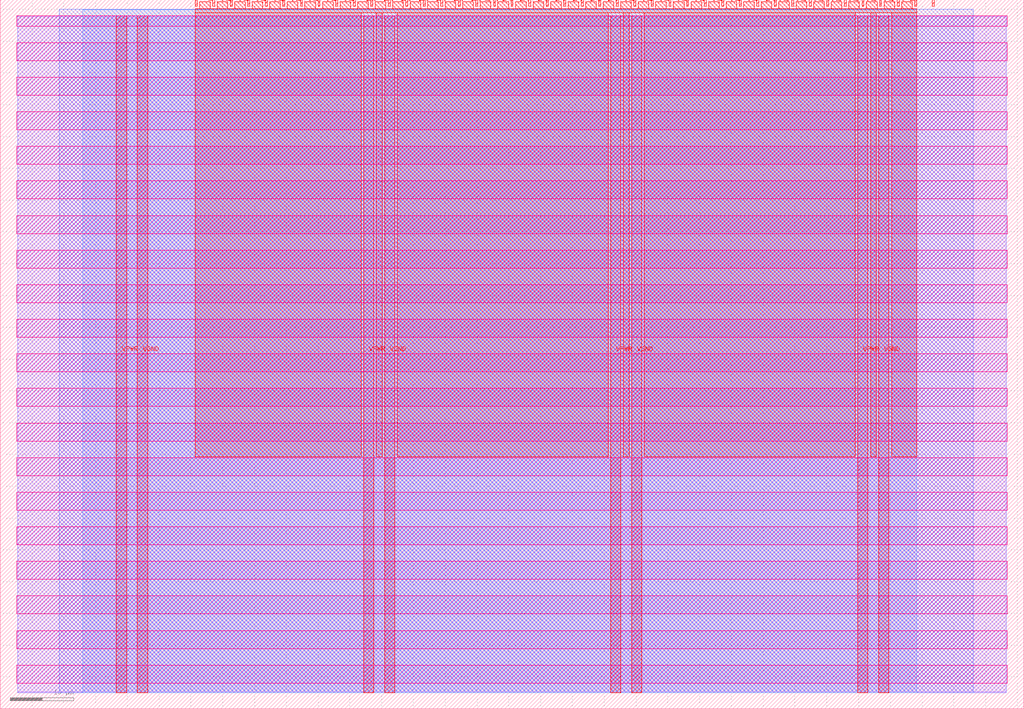
<source format=lef>
VERSION 5.7 ;
  NOWIREEXTENSIONATPIN ON ;
  DIVIDERCHAR "/" ;
  BUSBITCHARS "[]" ;
MACRO tt_um_quarren42_demoscene_top
  CLASS BLOCK ;
  FOREIGN tt_um_quarren42_demoscene_top ;
  ORIGIN 0.000 0.000 ;
  SIZE 161.000 BY 111.520 ;
  PIN VGND
    DIRECTION INOUT ;
    USE GROUND ;
    PORT
      LAYER met4 ;
        RECT 21.580 2.480 23.180 109.040 ;
    END
    PORT
      LAYER met4 ;
        RECT 60.450 2.480 62.050 109.040 ;
    END
    PORT
      LAYER met4 ;
        RECT 99.320 2.480 100.920 109.040 ;
    END
    PORT
      LAYER met4 ;
        RECT 138.190 2.480 139.790 109.040 ;
    END
  END VGND
  PIN VPWR
    DIRECTION INOUT ;
    USE POWER ;
    PORT
      LAYER met4 ;
        RECT 18.280 2.480 19.880 109.040 ;
    END
    PORT
      LAYER met4 ;
        RECT 57.150 2.480 58.750 109.040 ;
    END
    PORT
      LAYER met4 ;
        RECT 96.020 2.480 97.620 109.040 ;
    END
    PORT
      LAYER met4 ;
        RECT 134.890 2.480 136.490 109.040 ;
    END
  END VPWR
  PIN clk
    DIRECTION INPUT ;
    USE SIGNAL ;
    ANTENNAGATEAREA 0.852000 ;
    PORT
      LAYER met4 ;
        RECT 143.830 110.520 144.130 111.520 ;
    END
  END clk
  PIN ena
    DIRECTION INPUT ;
    USE SIGNAL ;
    PORT
      LAYER met4 ;
        RECT 146.590 110.520 146.890 111.520 ;
    END
  END ena
  PIN rst_n
    DIRECTION INPUT ;
    USE SIGNAL ;
    ANTENNAGATEAREA 0.196500 ;
    PORT
      LAYER met4 ;
        RECT 141.070 110.520 141.370 111.520 ;
    END
  END rst_n
  PIN ui_in[0]
    DIRECTION INPUT ;
    USE SIGNAL ;
    PORT
      LAYER met4 ;
        RECT 138.310 110.520 138.610 111.520 ;
    END
  END ui_in[0]
  PIN ui_in[1]
    DIRECTION INPUT ;
    USE SIGNAL ;
    PORT
      LAYER met4 ;
        RECT 135.550 110.520 135.850 111.520 ;
    END
  END ui_in[1]
  PIN ui_in[2]
    DIRECTION INPUT ;
    USE SIGNAL ;
    PORT
      LAYER met4 ;
        RECT 132.790 110.520 133.090 111.520 ;
    END
  END ui_in[2]
  PIN ui_in[3]
    DIRECTION INPUT ;
    USE SIGNAL ;
    PORT
      LAYER met4 ;
        RECT 130.030 110.520 130.330 111.520 ;
    END
  END ui_in[3]
  PIN ui_in[4]
    DIRECTION INPUT ;
    USE SIGNAL ;
    PORT
      LAYER met4 ;
        RECT 127.270 110.520 127.570 111.520 ;
    END
  END ui_in[4]
  PIN ui_in[5]
    DIRECTION INPUT ;
    USE SIGNAL ;
    PORT
      LAYER met4 ;
        RECT 124.510 110.520 124.810 111.520 ;
    END
  END ui_in[5]
  PIN ui_in[6]
    DIRECTION INPUT ;
    USE SIGNAL ;
    PORT
      LAYER met4 ;
        RECT 121.750 110.520 122.050 111.520 ;
    END
  END ui_in[6]
  PIN ui_in[7]
    DIRECTION INPUT ;
    USE SIGNAL ;
    PORT
      LAYER met4 ;
        RECT 118.990 110.520 119.290 111.520 ;
    END
  END ui_in[7]
  PIN uio_in[0]
    DIRECTION INPUT ;
    USE SIGNAL ;
    PORT
      LAYER met4 ;
        RECT 116.230 110.520 116.530 111.520 ;
    END
  END uio_in[0]
  PIN uio_in[1]
    DIRECTION INPUT ;
    USE SIGNAL ;
    PORT
      LAYER met4 ;
        RECT 113.470 110.520 113.770 111.520 ;
    END
  END uio_in[1]
  PIN uio_in[2]
    DIRECTION INPUT ;
    USE SIGNAL ;
    PORT
      LAYER met4 ;
        RECT 110.710 110.520 111.010 111.520 ;
    END
  END uio_in[2]
  PIN uio_in[3]
    DIRECTION INPUT ;
    USE SIGNAL ;
    PORT
      LAYER met4 ;
        RECT 107.950 110.520 108.250 111.520 ;
    END
  END uio_in[3]
  PIN uio_in[4]
    DIRECTION INPUT ;
    USE SIGNAL ;
    PORT
      LAYER met4 ;
        RECT 105.190 110.520 105.490 111.520 ;
    END
  END uio_in[4]
  PIN uio_in[5]
    DIRECTION INPUT ;
    USE SIGNAL ;
    PORT
      LAYER met4 ;
        RECT 102.430 110.520 102.730 111.520 ;
    END
  END uio_in[5]
  PIN uio_in[6]
    DIRECTION INPUT ;
    USE SIGNAL ;
    PORT
      LAYER met4 ;
        RECT 99.670 110.520 99.970 111.520 ;
    END
  END uio_in[6]
  PIN uio_in[7]
    DIRECTION INPUT ;
    USE SIGNAL ;
    PORT
      LAYER met4 ;
        RECT 96.910 110.520 97.210 111.520 ;
    END
  END uio_in[7]
  PIN uio_oe[0]
    DIRECTION OUTPUT ;
    USE SIGNAL ;
    ANTENNADIFFAREA 0.445500 ;
    PORT
      LAYER met4 ;
        RECT 49.990 110.520 50.290 111.520 ;
    END
  END uio_oe[0]
  PIN uio_oe[1]
    DIRECTION OUTPUT ;
    USE SIGNAL ;
    ANTENNADIFFAREA 0.445500 ;
    PORT
      LAYER met4 ;
        RECT 47.230 110.520 47.530 111.520 ;
    END
  END uio_oe[1]
  PIN uio_oe[2]
    DIRECTION OUTPUT ;
    USE SIGNAL ;
    ANTENNADIFFAREA 0.445500 ;
    PORT
      LAYER met4 ;
        RECT 44.470 110.520 44.770 111.520 ;
    END
  END uio_oe[2]
  PIN uio_oe[3]
    DIRECTION OUTPUT ;
    USE SIGNAL ;
    ANTENNADIFFAREA 0.445500 ;
    PORT
      LAYER met4 ;
        RECT 41.710 110.520 42.010 111.520 ;
    END
  END uio_oe[3]
  PIN uio_oe[4]
    DIRECTION OUTPUT ;
    USE SIGNAL ;
    ANTENNADIFFAREA 0.445500 ;
    PORT
      LAYER met4 ;
        RECT 38.950 110.520 39.250 111.520 ;
    END
  END uio_oe[4]
  PIN uio_oe[5]
    DIRECTION OUTPUT ;
    USE SIGNAL ;
    ANTENNADIFFAREA 0.445500 ;
    PORT
      LAYER met4 ;
        RECT 36.190 110.520 36.490 111.520 ;
    END
  END uio_oe[5]
  PIN uio_oe[6]
    DIRECTION OUTPUT ;
    USE SIGNAL ;
    ANTENNADIFFAREA 0.445500 ;
    PORT
      LAYER met4 ;
        RECT 33.430 110.520 33.730 111.520 ;
    END
  END uio_oe[6]
  PIN uio_oe[7]
    DIRECTION OUTPUT ;
    USE SIGNAL ;
    ANTENNADIFFAREA 0.445500 ;
    PORT
      LAYER met4 ;
        RECT 30.670 110.520 30.970 111.520 ;
    END
  END uio_oe[7]
  PIN uio_out[0]
    DIRECTION OUTPUT ;
    USE SIGNAL ;
    ANTENNADIFFAREA 0.445500 ;
    PORT
      LAYER met4 ;
        RECT 72.070 110.520 72.370 111.520 ;
    END
  END uio_out[0]
  PIN uio_out[1]
    DIRECTION OUTPUT ;
    USE SIGNAL ;
    ANTENNADIFFAREA 0.445500 ;
    PORT
      LAYER met4 ;
        RECT 69.310 110.520 69.610 111.520 ;
    END
  END uio_out[1]
  PIN uio_out[2]
    DIRECTION OUTPUT ;
    USE SIGNAL ;
    ANTENNADIFFAREA 0.445500 ;
    PORT
      LAYER met4 ;
        RECT 66.550 110.520 66.850 111.520 ;
    END
  END uio_out[2]
  PIN uio_out[3]
    DIRECTION OUTPUT ;
    USE SIGNAL ;
    ANTENNADIFFAREA 0.445500 ;
    PORT
      LAYER met4 ;
        RECT 63.790 110.520 64.090 111.520 ;
    END
  END uio_out[3]
  PIN uio_out[4]
    DIRECTION OUTPUT ;
    USE SIGNAL ;
    ANTENNADIFFAREA 0.445500 ;
    PORT
      LAYER met4 ;
        RECT 61.030 110.520 61.330 111.520 ;
    END
  END uio_out[4]
  PIN uio_out[5]
    DIRECTION OUTPUT ;
    USE SIGNAL ;
    ANTENNADIFFAREA 0.445500 ;
    PORT
      LAYER met4 ;
        RECT 58.270 110.520 58.570 111.520 ;
    END
  END uio_out[5]
  PIN uio_out[6]
    DIRECTION OUTPUT ;
    USE SIGNAL ;
    ANTENNADIFFAREA 0.445500 ;
    PORT
      LAYER met4 ;
        RECT 55.510 110.520 55.810 111.520 ;
    END
  END uio_out[6]
  PIN uio_out[7]
    DIRECTION OUTPUT ;
    USE SIGNAL ;
    ANTENNADIFFAREA 0.445500 ;
    PORT
      LAYER met4 ;
        RECT 52.750 110.520 53.050 111.520 ;
    END
  END uio_out[7]
  PIN uo_out[0]
    DIRECTION OUTPUT ;
    USE SIGNAL ;
    ANTENNADIFFAREA 0.445500 ;
    PORT
      LAYER met4 ;
        RECT 94.150 110.520 94.450 111.520 ;
    END
  END uo_out[0]
  PIN uo_out[1]
    DIRECTION OUTPUT ;
    USE SIGNAL ;
    ANTENNADIFFAREA 0.445500 ;
    PORT
      LAYER met4 ;
        RECT 91.390 110.520 91.690 111.520 ;
    END
  END uo_out[1]
  PIN uo_out[2]
    DIRECTION OUTPUT ;
    USE SIGNAL ;
    ANTENNADIFFAREA 0.445500 ;
    PORT
      LAYER met4 ;
        RECT 88.630 110.520 88.930 111.520 ;
    END
  END uo_out[2]
  PIN uo_out[3]
    DIRECTION OUTPUT ;
    USE SIGNAL ;
    ANTENNADIFFAREA 0.445500 ;
    PORT
      LAYER met4 ;
        RECT 85.870 110.520 86.170 111.520 ;
    END
  END uo_out[3]
  PIN uo_out[4]
    DIRECTION OUTPUT ;
    USE SIGNAL ;
    ANTENNADIFFAREA 0.445500 ;
    PORT
      LAYER met4 ;
        RECT 83.110 110.520 83.410 111.520 ;
    END
  END uo_out[4]
  PIN uo_out[5]
    DIRECTION OUTPUT ;
    USE SIGNAL ;
    ANTENNADIFFAREA 0.445500 ;
    PORT
      LAYER met4 ;
        RECT 80.350 110.520 80.650 111.520 ;
    END
  END uo_out[5]
  PIN uo_out[6]
    DIRECTION OUTPUT ;
    USE SIGNAL ;
    ANTENNADIFFAREA 0.445500 ;
    PORT
      LAYER met4 ;
        RECT 77.590 110.520 77.890 111.520 ;
    END
  END uo_out[6]
  PIN uo_out[7]
    DIRECTION OUTPUT ;
    USE SIGNAL ;
    ANTENNADIFFAREA 0.445500 ;
    PORT
      LAYER met4 ;
        RECT 74.830 110.520 75.130 111.520 ;
    END
  END uo_out[7]
  OBS
      LAYER nwell ;
        RECT 2.570 107.385 158.430 108.990 ;
        RECT 2.570 101.945 158.430 104.775 ;
        RECT 2.570 96.505 158.430 99.335 ;
        RECT 2.570 91.065 158.430 93.895 ;
        RECT 2.570 85.625 158.430 88.455 ;
        RECT 2.570 80.185 158.430 83.015 ;
        RECT 2.570 74.745 158.430 77.575 ;
        RECT 2.570 69.305 158.430 72.135 ;
        RECT 2.570 63.865 158.430 66.695 ;
        RECT 2.570 58.425 158.430 61.255 ;
        RECT 2.570 52.985 158.430 55.815 ;
        RECT 2.570 47.545 158.430 50.375 ;
        RECT 2.570 42.105 158.430 44.935 ;
        RECT 2.570 36.665 158.430 39.495 ;
        RECT 2.570 31.225 158.430 34.055 ;
        RECT 2.570 25.785 158.430 28.615 ;
        RECT 2.570 20.345 158.430 23.175 ;
        RECT 2.570 14.905 158.430 17.735 ;
        RECT 2.570 9.465 158.430 12.295 ;
        RECT 2.570 4.025 158.430 6.855 ;
      LAYER li1 ;
        RECT 2.760 2.635 158.240 108.885 ;
      LAYER met1 ;
        RECT 2.760 2.480 158.240 109.040 ;
      LAYER met2 ;
        RECT 9.300 2.535 153.080 110.005 ;
      LAYER met3 ;
        RECT 12.945 2.555 144.170 109.985 ;
      LAYER met4 ;
        RECT 31.370 110.120 33.030 111.170 ;
        RECT 34.130 110.120 35.790 111.170 ;
        RECT 36.890 110.120 38.550 111.170 ;
        RECT 39.650 110.120 41.310 111.170 ;
        RECT 42.410 110.120 44.070 111.170 ;
        RECT 45.170 110.120 46.830 111.170 ;
        RECT 47.930 110.120 49.590 111.170 ;
        RECT 50.690 110.120 52.350 111.170 ;
        RECT 53.450 110.120 55.110 111.170 ;
        RECT 56.210 110.120 57.870 111.170 ;
        RECT 58.970 110.120 60.630 111.170 ;
        RECT 61.730 110.120 63.390 111.170 ;
        RECT 64.490 110.120 66.150 111.170 ;
        RECT 67.250 110.120 68.910 111.170 ;
        RECT 70.010 110.120 71.670 111.170 ;
        RECT 72.770 110.120 74.430 111.170 ;
        RECT 75.530 110.120 77.190 111.170 ;
        RECT 78.290 110.120 79.950 111.170 ;
        RECT 81.050 110.120 82.710 111.170 ;
        RECT 83.810 110.120 85.470 111.170 ;
        RECT 86.570 110.120 88.230 111.170 ;
        RECT 89.330 110.120 90.990 111.170 ;
        RECT 92.090 110.120 93.750 111.170 ;
        RECT 94.850 110.120 96.510 111.170 ;
        RECT 97.610 110.120 99.270 111.170 ;
        RECT 100.370 110.120 102.030 111.170 ;
        RECT 103.130 110.120 104.790 111.170 ;
        RECT 105.890 110.120 107.550 111.170 ;
        RECT 108.650 110.120 110.310 111.170 ;
        RECT 111.410 110.120 113.070 111.170 ;
        RECT 114.170 110.120 115.830 111.170 ;
        RECT 116.930 110.120 118.590 111.170 ;
        RECT 119.690 110.120 121.350 111.170 ;
        RECT 122.450 110.120 124.110 111.170 ;
        RECT 125.210 110.120 126.870 111.170 ;
        RECT 127.970 110.120 129.630 111.170 ;
        RECT 130.730 110.120 132.390 111.170 ;
        RECT 133.490 110.120 135.150 111.170 ;
        RECT 136.250 110.120 137.910 111.170 ;
        RECT 139.010 110.120 140.670 111.170 ;
        RECT 141.770 110.120 143.430 111.170 ;
        RECT 30.655 109.440 144.145 110.120 ;
        RECT 30.655 39.615 56.750 109.440 ;
        RECT 59.150 39.615 60.050 109.440 ;
        RECT 62.450 39.615 95.620 109.440 ;
        RECT 98.020 39.615 98.920 109.440 ;
        RECT 101.320 39.615 134.490 109.440 ;
        RECT 136.890 39.615 137.790 109.440 ;
        RECT 140.190 39.615 144.145 109.440 ;
  END
END tt_um_quarren42_demoscene_top
END LIBRARY


</source>
